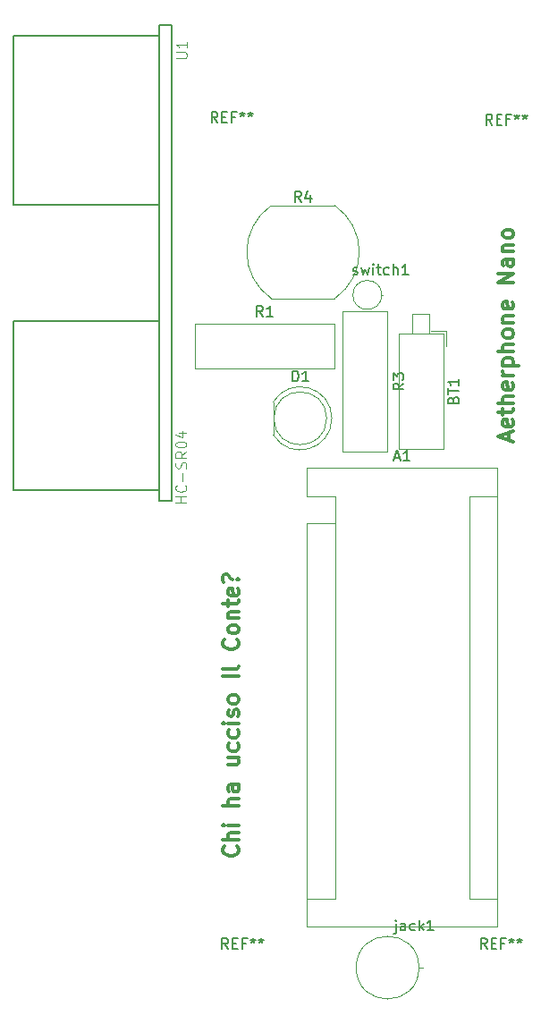
<source format=gbr>
G04 #@! TF.GenerationSoftware,KiCad,Pcbnew,5.0.2-bee76a0~70~ubuntu18.04.1*
G04 #@! TF.CreationDate,2019-09-26T12:34:54+02:00*
G04 #@! TF.ProjectId,mozzi_theremin_circuit,6d6f7a7a-695f-4746-9865-72656d696e5f,rev?*
G04 #@! TF.SameCoordinates,Original*
G04 #@! TF.FileFunction,Legend,Top*
G04 #@! TF.FilePolarity,Positive*
%FSLAX46Y46*%
G04 Gerber Fmt 4.6, Leading zero omitted, Abs format (unit mm)*
G04 Created by KiCad (PCBNEW 5.0.2-bee76a0~70~ubuntu18.04.1) date Thu 26 Sep 2019 12:34:54 PM CEST*
%MOMM*%
%LPD*%
G01*
G04 APERTURE LIST*
%ADD10C,0.300000*%
%ADD11C,0.120000*%
%ADD12C,0.127000*%
%ADD13C,0.150000*%
%ADD14C,0.050000*%
G04 APERTURE END LIST*
D10*
X118750000Y-82964285D02*
X118750000Y-82250000D01*
X119178571Y-83107142D02*
X117678571Y-82607142D01*
X119178571Y-82107142D01*
X119107142Y-81035714D02*
X119178571Y-81178571D01*
X119178571Y-81464285D01*
X119107142Y-81607142D01*
X118964285Y-81678571D01*
X118392857Y-81678571D01*
X118250000Y-81607142D01*
X118178571Y-81464285D01*
X118178571Y-81178571D01*
X118250000Y-81035714D01*
X118392857Y-80964285D01*
X118535714Y-80964285D01*
X118678571Y-81678571D01*
X118178571Y-80535714D02*
X118178571Y-79964285D01*
X117678571Y-80321428D02*
X118964285Y-80321428D01*
X119107142Y-80250000D01*
X119178571Y-80107142D01*
X119178571Y-79964285D01*
X119178571Y-79464285D02*
X117678571Y-79464285D01*
X119178571Y-78821428D02*
X118392857Y-78821428D01*
X118250000Y-78892857D01*
X118178571Y-79035714D01*
X118178571Y-79250000D01*
X118250000Y-79392857D01*
X118321428Y-79464285D01*
X119107142Y-77535714D02*
X119178571Y-77678571D01*
X119178571Y-77964285D01*
X119107142Y-78107142D01*
X118964285Y-78178571D01*
X118392857Y-78178571D01*
X118250000Y-78107142D01*
X118178571Y-77964285D01*
X118178571Y-77678571D01*
X118250000Y-77535714D01*
X118392857Y-77464285D01*
X118535714Y-77464285D01*
X118678571Y-78178571D01*
X119178571Y-76821428D02*
X118178571Y-76821428D01*
X118464285Y-76821428D02*
X118321428Y-76750000D01*
X118250000Y-76678571D01*
X118178571Y-76535714D01*
X118178571Y-76392857D01*
X118178571Y-75892857D02*
X119678571Y-75892857D01*
X118250000Y-75892857D02*
X118178571Y-75750000D01*
X118178571Y-75464285D01*
X118250000Y-75321428D01*
X118321428Y-75250000D01*
X118464285Y-75178571D01*
X118892857Y-75178571D01*
X119035714Y-75250000D01*
X119107142Y-75321428D01*
X119178571Y-75464285D01*
X119178571Y-75750000D01*
X119107142Y-75892857D01*
X119178571Y-74535714D02*
X117678571Y-74535714D01*
X119178571Y-73892857D02*
X118392857Y-73892857D01*
X118250000Y-73964285D01*
X118178571Y-74107142D01*
X118178571Y-74321428D01*
X118250000Y-74464285D01*
X118321428Y-74535714D01*
X119178571Y-72964285D02*
X119107142Y-73107142D01*
X119035714Y-73178571D01*
X118892857Y-73250000D01*
X118464285Y-73250000D01*
X118321428Y-73178571D01*
X118250000Y-73107142D01*
X118178571Y-72964285D01*
X118178571Y-72750000D01*
X118250000Y-72607142D01*
X118321428Y-72535714D01*
X118464285Y-72464285D01*
X118892857Y-72464285D01*
X119035714Y-72535714D01*
X119107142Y-72607142D01*
X119178571Y-72750000D01*
X119178571Y-72964285D01*
X118178571Y-71821428D02*
X119178571Y-71821428D01*
X118321428Y-71821428D02*
X118250000Y-71750000D01*
X118178571Y-71607142D01*
X118178571Y-71392857D01*
X118250000Y-71250000D01*
X118392857Y-71178571D01*
X119178571Y-71178571D01*
X119107142Y-69892857D02*
X119178571Y-70035714D01*
X119178571Y-70321428D01*
X119107142Y-70464285D01*
X118964285Y-70535714D01*
X118392857Y-70535714D01*
X118250000Y-70464285D01*
X118178571Y-70321428D01*
X118178571Y-70035714D01*
X118250000Y-69892857D01*
X118392857Y-69821428D01*
X118535714Y-69821428D01*
X118678571Y-70535714D01*
X119178571Y-68035714D02*
X117678571Y-68035714D01*
X119178571Y-67178571D01*
X117678571Y-67178571D01*
X119178571Y-65821428D02*
X118392857Y-65821428D01*
X118250000Y-65892857D01*
X118178571Y-66035714D01*
X118178571Y-66321428D01*
X118250000Y-66464285D01*
X119107142Y-65821428D02*
X119178571Y-65964285D01*
X119178571Y-66321428D01*
X119107142Y-66464285D01*
X118964285Y-66535714D01*
X118821428Y-66535714D01*
X118678571Y-66464285D01*
X118607142Y-66321428D01*
X118607142Y-65964285D01*
X118535714Y-65821428D01*
X118178571Y-65107142D02*
X119178571Y-65107142D01*
X118321428Y-65107142D02*
X118250000Y-65035714D01*
X118178571Y-64892857D01*
X118178571Y-64678571D01*
X118250000Y-64535714D01*
X118392857Y-64464285D01*
X119178571Y-64464285D01*
X119178571Y-63535714D02*
X119107142Y-63678571D01*
X119035714Y-63750000D01*
X118892857Y-63821428D01*
X118464285Y-63821428D01*
X118321428Y-63750000D01*
X118250000Y-63678571D01*
X118178571Y-63535714D01*
X118178571Y-63321428D01*
X118250000Y-63178571D01*
X118321428Y-63107142D01*
X118464285Y-63035714D01*
X118892857Y-63035714D01*
X119035714Y-63107142D01*
X119107142Y-63178571D01*
X119178571Y-63321428D01*
X119178571Y-63535714D01*
X93035714Y-121392857D02*
X93107142Y-121464285D01*
X93178571Y-121678571D01*
X93178571Y-121821428D01*
X93107142Y-122035714D01*
X92964285Y-122178571D01*
X92821428Y-122250000D01*
X92535714Y-122321428D01*
X92321428Y-122321428D01*
X92035714Y-122250000D01*
X91892857Y-122178571D01*
X91750000Y-122035714D01*
X91678571Y-121821428D01*
X91678571Y-121678571D01*
X91750000Y-121464285D01*
X91821428Y-121392857D01*
X93178571Y-120750000D02*
X91678571Y-120750000D01*
X93178571Y-120107142D02*
X92392857Y-120107142D01*
X92250000Y-120178571D01*
X92178571Y-120321428D01*
X92178571Y-120535714D01*
X92250000Y-120678571D01*
X92321428Y-120750000D01*
X93178571Y-119392857D02*
X92178571Y-119392857D01*
X91678571Y-119392857D02*
X91750000Y-119464285D01*
X91821428Y-119392857D01*
X91750000Y-119321428D01*
X91678571Y-119392857D01*
X91821428Y-119392857D01*
X93178571Y-117535714D02*
X91678571Y-117535714D01*
X93178571Y-116892857D02*
X92392857Y-116892857D01*
X92250000Y-116964285D01*
X92178571Y-117107142D01*
X92178571Y-117321428D01*
X92250000Y-117464285D01*
X92321428Y-117535714D01*
X93178571Y-115535714D02*
X92392857Y-115535714D01*
X92250000Y-115607142D01*
X92178571Y-115750000D01*
X92178571Y-116035714D01*
X92250000Y-116178571D01*
X93107142Y-115535714D02*
X93178571Y-115678571D01*
X93178571Y-116035714D01*
X93107142Y-116178571D01*
X92964285Y-116250000D01*
X92821428Y-116250000D01*
X92678571Y-116178571D01*
X92607142Y-116035714D01*
X92607142Y-115678571D01*
X92535714Y-115535714D01*
X92178571Y-113035714D02*
X93178571Y-113035714D01*
X92178571Y-113678571D02*
X92964285Y-113678571D01*
X93107142Y-113607142D01*
X93178571Y-113464285D01*
X93178571Y-113250000D01*
X93107142Y-113107142D01*
X93035714Y-113035714D01*
X93107142Y-111678571D02*
X93178571Y-111821428D01*
X93178571Y-112107142D01*
X93107142Y-112250000D01*
X93035714Y-112321428D01*
X92892857Y-112392857D01*
X92464285Y-112392857D01*
X92321428Y-112321428D01*
X92250000Y-112250000D01*
X92178571Y-112107142D01*
X92178571Y-111821428D01*
X92250000Y-111678571D01*
X93107142Y-110392857D02*
X93178571Y-110535714D01*
X93178571Y-110821428D01*
X93107142Y-110964285D01*
X93035714Y-111035714D01*
X92892857Y-111107142D01*
X92464285Y-111107142D01*
X92321428Y-111035714D01*
X92250000Y-110964285D01*
X92178571Y-110821428D01*
X92178571Y-110535714D01*
X92250000Y-110392857D01*
X93178571Y-109750000D02*
X92178571Y-109750000D01*
X91678571Y-109750000D02*
X91750000Y-109821428D01*
X91821428Y-109750000D01*
X91750000Y-109678571D01*
X91678571Y-109750000D01*
X91821428Y-109750000D01*
X93107142Y-109107142D02*
X93178571Y-108964285D01*
X93178571Y-108678571D01*
X93107142Y-108535714D01*
X92964285Y-108464285D01*
X92892857Y-108464285D01*
X92750000Y-108535714D01*
X92678571Y-108678571D01*
X92678571Y-108892857D01*
X92607142Y-109035714D01*
X92464285Y-109107142D01*
X92392857Y-109107142D01*
X92250000Y-109035714D01*
X92178571Y-108892857D01*
X92178571Y-108678571D01*
X92250000Y-108535714D01*
X93178571Y-107607142D02*
X93107142Y-107750000D01*
X93035714Y-107821428D01*
X92892857Y-107892857D01*
X92464285Y-107892857D01*
X92321428Y-107821428D01*
X92250000Y-107750000D01*
X92178571Y-107607142D01*
X92178571Y-107392857D01*
X92250000Y-107250000D01*
X92321428Y-107178571D01*
X92464285Y-107107142D01*
X92892857Y-107107142D01*
X93035714Y-107178571D01*
X93107142Y-107250000D01*
X93178571Y-107392857D01*
X93178571Y-107607142D01*
X93178571Y-105321428D02*
X91678571Y-105321428D01*
X93178571Y-104392857D02*
X93107142Y-104535714D01*
X92964285Y-104607142D01*
X91678571Y-104607142D01*
X93035714Y-101821428D02*
X93107142Y-101892857D01*
X93178571Y-102107142D01*
X93178571Y-102250000D01*
X93107142Y-102464285D01*
X92964285Y-102607142D01*
X92821428Y-102678571D01*
X92535714Y-102750000D01*
X92321428Y-102750000D01*
X92035714Y-102678571D01*
X91892857Y-102607142D01*
X91750000Y-102464285D01*
X91678571Y-102250000D01*
X91678571Y-102107142D01*
X91750000Y-101892857D01*
X91821428Y-101821428D01*
X93178571Y-100964285D02*
X93107142Y-101107142D01*
X93035714Y-101178571D01*
X92892857Y-101250000D01*
X92464285Y-101250000D01*
X92321428Y-101178571D01*
X92250000Y-101107142D01*
X92178571Y-100964285D01*
X92178571Y-100750000D01*
X92250000Y-100607142D01*
X92321428Y-100535714D01*
X92464285Y-100464285D01*
X92892857Y-100464285D01*
X93035714Y-100535714D01*
X93107142Y-100607142D01*
X93178571Y-100750000D01*
X93178571Y-100964285D01*
X92178571Y-99821428D02*
X93178571Y-99821428D01*
X92321428Y-99821428D02*
X92250000Y-99750000D01*
X92178571Y-99607142D01*
X92178571Y-99392857D01*
X92250000Y-99250000D01*
X92392857Y-99178571D01*
X93178571Y-99178571D01*
X92178571Y-98678571D02*
X92178571Y-98107142D01*
X91678571Y-98464285D02*
X92964285Y-98464285D01*
X93107142Y-98392857D01*
X93178571Y-98250000D01*
X93178571Y-98107142D01*
X93107142Y-97035714D02*
X93178571Y-97178571D01*
X93178571Y-97464285D01*
X93107142Y-97607142D01*
X92964285Y-97678571D01*
X92392857Y-97678571D01*
X92250000Y-97607142D01*
X92178571Y-97464285D01*
X92178571Y-97178571D01*
X92250000Y-97035714D01*
X92392857Y-96964285D01*
X92535714Y-96964285D01*
X92678571Y-97678571D01*
X93035714Y-96107142D02*
X93107142Y-96035714D01*
X93178571Y-96107142D01*
X93107142Y-96178571D01*
X93035714Y-96107142D01*
X93178571Y-96107142D01*
X91750000Y-96392857D02*
X91678571Y-96250000D01*
X91678571Y-95892857D01*
X91750000Y-95750000D01*
X91892857Y-95678571D01*
X92035714Y-95678571D01*
X92178571Y-95750000D01*
X92250000Y-95821428D01*
X92321428Y-95964285D01*
X92392857Y-96035714D01*
X92535714Y-96107142D01*
X92607142Y-96107142D01*
D11*
G04 #@! TO.C,A1*
X102291190Y-90794914D02*
X102291190Y-88254914D01*
X102291190Y-88254914D02*
X99621190Y-88254914D01*
X99621190Y-90794914D02*
X99621190Y-129024914D01*
X99621190Y-85584914D02*
X99621190Y-88254914D01*
X114991190Y-88254914D02*
X117661190Y-88254914D01*
X114991190Y-88254914D02*
X114991190Y-126354914D01*
X114991190Y-126354914D02*
X117661190Y-126354914D01*
X102291190Y-90794914D02*
X99621190Y-90794914D01*
X102291190Y-90794914D02*
X102291190Y-126354914D01*
X102291190Y-126354914D02*
X99621190Y-126354914D01*
X99621190Y-129024914D02*
X117661190Y-129024914D01*
X117661190Y-129024914D02*
X117661190Y-85584914D01*
X117661190Y-85584914D02*
X99621190Y-85584914D01*
G04 #@! TO.C,BT1*
X112529190Y-72888914D02*
X112529190Y-83808914D01*
X108309190Y-72888914D02*
X108309190Y-83808914D01*
X112529190Y-72888914D02*
X108309190Y-72888914D01*
X112529190Y-83808914D02*
X108309190Y-83808914D01*
X112769190Y-72648914D02*
X112769190Y-74031914D01*
X112769190Y-72648914D02*
X111386190Y-72648914D01*
X111229190Y-71028914D02*
X111229190Y-72888914D01*
X109609190Y-71028914D02*
X109609190Y-72888914D01*
X111229190Y-71028914D02*
X109609190Y-71028914D01*
X111229190Y-72888914D02*
X109609190Y-72888914D01*
G04 #@! TO.C,D1*
X96429190Y-79343914D02*
X96429190Y-82433914D01*
X101489190Y-80888914D02*
G75*
G03X101489190Y-80888914I-2500000J0D01*
G01*
X101979190Y-80889376D02*
G75*
G03X96429190Y-79344084I-2990000J462D01*
G01*
X101979190Y-80888452D02*
G75*
G02X96429190Y-82433744I-2990000J-462D01*
G01*
G04 #@! TO.C,jack1*
X110230000Y-132890000D02*
G75*
G03X110230000Y-132890000I-2970000J0D01*
G01*
X110230000Y-132890000D02*
X110640000Y-132890000D01*
G04 #@! TO.C,R1*
X88995190Y-71910914D02*
X102235190Y-71910914D01*
X88995190Y-76150914D02*
X102235190Y-76150914D01*
X88995190Y-71910914D02*
X88995190Y-76150914D01*
X102235190Y-71910914D02*
X102235190Y-76150914D01*
G04 #@! TO.C,R3*
X107205190Y-84024914D02*
X102965190Y-84024914D01*
X107205190Y-70784914D02*
X102965190Y-70784914D01*
X102965190Y-70784914D02*
X102965190Y-84024914D01*
X107205190Y-70784914D02*
X107205190Y-84024914D01*
G04 #@! TO.C,R4*
X96253190Y-69540914D02*
X102253190Y-69540914D01*
X96253190Y-60740914D02*
X102253190Y-60740914D01*
X96220540Y-60763354D02*
G75*
G03X96253190Y-69540914I3032650J-4377560D01*
G01*
X102285840Y-69518474D02*
G75*
G03X102253190Y-60740914I-3032650J4377560D01*
G01*
G04 #@! TO.C,switch1*
X106709190Y-69204914D02*
G75*
G03X106709190Y-69204914I-1370000J0D01*
G01*
X106709190Y-69204914D02*
X106779190Y-69204914D01*
D12*
G04 #@! TO.C,U1*
X71845190Y-44656914D02*
X71845190Y-60656914D01*
X71845190Y-71656914D02*
X71845190Y-87656914D01*
X85645190Y-88656914D02*
X85645190Y-87656914D01*
X85645190Y-87656914D02*
X85645190Y-71656914D01*
X85645190Y-71656914D02*
X85645190Y-60656914D01*
X85645190Y-60656914D02*
X85645190Y-44656914D01*
X85645190Y-44656914D02*
X85645190Y-43656914D01*
X85645190Y-43656914D02*
X86845190Y-43656914D01*
X86845190Y-43656914D02*
X86845190Y-88656914D01*
X86845190Y-88656914D02*
X85645190Y-88656914D01*
X85645190Y-44656914D02*
X71845190Y-44656914D01*
X85645190Y-87656914D02*
X71845190Y-87656914D01*
X85645190Y-60656914D02*
X71845190Y-60656914D01*
X85645190Y-71656914D02*
X71845190Y-71656914D01*
G04 #@! TO.C,*
D13*
G04 #@! TO.C,A1*
X107926904Y-84611580D02*
X108403094Y-84611580D01*
X107831666Y-84897294D02*
X108164999Y-83897294D01*
X108498332Y-84897294D01*
X109355475Y-84897294D02*
X108784047Y-84897294D01*
X109069761Y-84897294D02*
X109069761Y-83897294D01*
X108974523Y-84040152D01*
X108879285Y-84135390D01*
X108784047Y-84183009D01*
G04 #@! TO.C,BT1*
X113457761Y-79134628D02*
X113505380Y-78991771D01*
X113552999Y-78944152D01*
X113648237Y-78896533D01*
X113791094Y-78896533D01*
X113886332Y-78944152D01*
X113933951Y-78991771D01*
X113981570Y-79087009D01*
X113981570Y-79467961D01*
X112981570Y-79467961D01*
X112981570Y-79134628D01*
X113029190Y-79039390D01*
X113076809Y-78991771D01*
X113172047Y-78944152D01*
X113267285Y-78944152D01*
X113362523Y-78991771D01*
X113410142Y-79039390D01*
X113457761Y-79134628D01*
X113457761Y-79467961D01*
X112981570Y-78610818D02*
X112981570Y-78039390D01*
X113981570Y-78325104D02*
X112981570Y-78325104D01*
X113981570Y-77182247D02*
X113981570Y-77753675D01*
X113981570Y-77467961D02*
X112981570Y-77467961D01*
X113124428Y-77563199D01*
X113219666Y-77658437D01*
X113267285Y-77753675D01*
G04 #@! TO.C,D1*
X98251094Y-77381294D02*
X98251094Y-76381294D01*
X98489190Y-76381294D01*
X98632047Y-76428914D01*
X98727285Y-76524152D01*
X98774904Y-76619390D01*
X98822523Y-76809866D01*
X98822523Y-76952723D01*
X98774904Y-77143199D01*
X98727285Y-77238437D01*
X98632047Y-77333675D01*
X98489190Y-77381294D01*
X98251094Y-77381294D01*
X99774904Y-77381294D02*
X99203475Y-77381294D01*
X99489190Y-77381294D02*
X99489190Y-76381294D01*
X99393951Y-76524152D01*
X99298713Y-76619390D01*
X99203475Y-76667009D01*
G04 #@! TO.C,jack1*
X108038095Y-128705714D02*
X108038095Y-129562857D01*
X107990476Y-129658095D01*
X107895238Y-129705714D01*
X107847619Y-129705714D01*
X108038095Y-128372380D02*
X107990476Y-128420000D01*
X108038095Y-128467619D01*
X108085714Y-128420000D01*
X108038095Y-128372380D01*
X108038095Y-128467619D01*
X108942857Y-129372380D02*
X108942857Y-128848571D01*
X108895238Y-128753333D01*
X108800000Y-128705714D01*
X108609523Y-128705714D01*
X108514285Y-128753333D01*
X108942857Y-129324761D02*
X108847619Y-129372380D01*
X108609523Y-129372380D01*
X108514285Y-129324761D01*
X108466666Y-129229523D01*
X108466666Y-129134285D01*
X108514285Y-129039047D01*
X108609523Y-128991428D01*
X108847619Y-128991428D01*
X108942857Y-128943809D01*
X109847619Y-129324761D02*
X109752380Y-129372380D01*
X109561904Y-129372380D01*
X109466666Y-129324761D01*
X109419047Y-129277142D01*
X109371428Y-129181904D01*
X109371428Y-128896190D01*
X109419047Y-128800952D01*
X109466666Y-128753333D01*
X109561904Y-128705714D01*
X109752380Y-128705714D01*
X109847619Y-128753333D01*
X110276190Y-129372380D02*
X110276190Y-128372380D01*
X110371428Y-128991428D02*
X110657142Y-129372380D01*
X110657142Y-128705714D02*
X110276190Y-129086666D01*
X111609523Y-129372380D02*
X111038095Y-129372380D01*
X111323809Y-129372380D02*
X111323809Y-128372380D01*
X111228571Y-128515238D01*
X111133333Y-128610476D01*
X111038095Y-128658095D01*
G04 #@! TO.C,R1*
X95448523Y-71233294D02*
X95115190Y-70757104D01*
X94877094Y-71233294D02*
X94877094Y-70233294D01*
X95258047Y-70233294D01*
X95353285Y-70280914D01*
X95400904Y-70328533D01*
X95448523Y-70423771D01*
X95448523Y-70566628D01*
X95400904Y-70661866D01*
X95353285Y-70709485D01*
X95258047Y-70757104D01*
X94877094Y-70757104D01*
X96400904Y-71233294D02*
X95829475Y-71233294D01*
X96115190Y-71233294D02*
X96115190Y-70233294D01*
X96019951Y-70376152D01*
X95924713Y-70471390D01*
X95829475Y-70519009D01*
G04 #@! TO.C,R3*
X108787570Y-77571580D02*
X108311380Y-77904914D01*
X108787570Y-78143009D02*
X107787570Y-78143009D01*
X107787570Y-77762056D01*
X107835190Y-77666818D01*
X107882809Y-77619199D01*
X107978047Y-77571580D01*
X108120904Y-77571580D01*
X108216142Y-77619199D01*
X108263761Y-77666818D01*
X108311380Y-77762056D01*
X108311380Y-78143009D01*
X107787570Y-77238247D02*
X107787570Y-76619199D01*
X108168523Y-76952533D01*
X108168523Y-76809675D01*
X108216142Y-76714437D01*
X108263761Y-76666818D01*
X108358999Y-76619199D01*
X108597094Y-76619199D01*
X108692332Y-76666818D01*
X108739951Y-76714437D01*
X108787570Y-76809675D01*
X108787570Y-77095390D01*
X108739951Y-77190628D01*
X108692332Y-77238247D01*
G04 #@! TO.C,R4*
X99086523Y-60393294D02*
X98753190Y-59917104D01*
X98515094Y-60393294D02*
X98515094Y-59393294D01*
X98896047Y-59393294D01*
X98991285Y-59440914D01*
X99038904Y-59488533D01*
X99086523Y-59583771D01*
X99086523Y-59726628D01*
X99038904Y-59821866D01*
X98991285Y-59869485D01*
X98896047Y-59917104D01*
X98515094Y-59917104D01*
X99943666Y-59726628D02*
X99943666Y-60393294D01*
X99705570Y-59345675D02*
X99467475Y-60059961D01*
X100086523Y-60059961D01*
G04 #@! TO.C,switch1*
X103990142Y-67239675D02*
X104085380Y-67287294D01*
X104275856Y-67287294D01*
X104371094Y-67239675D01*
X104418713Y-67144437D01*
X104418713Y-67096818D01*
X104371094Y-67001580D01*
X104275856Y-66953961D01*
X104132999Y-66953961D01*
X104037761Y-66906342D01*
X103990142Y-66811104D01*
X103990142Y-66763485D01*
X104037761Y-66668247D01*
X104132999Y-66620628D01*
X104275856Y-66620628D01*
X104371094Y-66668247D01*
X104752047Y-66620628D02*
X104942523Y-67287294D01*
X105132999Y-66811104D01*
X105323475Y-67287294D01*
X105513951Y-66620628D01*
X105894904Y-67287294D02*
X105894904Y-66620628D01*
X105894904Y-66287294D02*
X105847285Y-66334914D01*
X105894904Y-66382533D01*
X105942523Y-66334914D01*
X105894904Y-66287294D01*
X105894904Y-66382533D01*
X106228237Y-66620628D02*
X106609190Y-66620628D01*
X106371094Y-66287294D02*
X106371094Y-67144437D01*
X106418713Y-67239675D01*
X106513951Y-67287294D01*
X106609190Y-67287294D01*
X107371094Y-67239675D02*
X107275856Y-67287294D01*
X107085380Y-67287294D01*
X106990142Y-67239675D01*
X106942523Y-67192056D01*
X106894904Y-67096818D01*
X106894904Y-66811104D01*
X106942523Y-66715866D01*
X106990142Y-66668247D01*
X107085380Y-66620628D01*
X107275856Y-66620628D01*
X107371094Y-66668247D01*
X107799666Y-67287294D02*
X107799666Y-66287294D01*
X108228237Y-67287294D02*
X108228237Y-66763485D01*
X108180618Y-66668247D01*
X108085380Y-66620628D01*
X107942523Y-66620628D01*
X107847285Y-66668247D01*
X107799666Y-66715866D01*
X109228237Y-67287294D02*
X108656809Y-67287294D01*
X108942523Y-67287294D02*
X108942523Y-66287294D01*
X108847285Y-66430152D01*
X108752047Y-66525390D01*
X108656809Y-66573009D01*
G04 #@! TO.C,U1*
D14*
X87250576Y-46798814D02*
X88060520Y-46798814D01*
X88155808Y-46751171D01*
X88203452Y-46703527D01*
X88251096Y-46608239D01*
X88251096Y-46417664D01*
X88203452Y-46322376D01*
X88155808Y-46274733D01*
X88060520Y-46227089D01*
X87250576Y-46227089D01*
X88251096Y-45226569D02*
X88251096Y-45798294D01*
X88251096Y-45512432D02*
X87250576Y-45512432D01*
X87393507Y-45607719D01*
X87488795Y-45703007D01*
X87536439Y-45798294D01*
X88197635Y-88853580D02*
X87195945Y-88853580D01*
X87672940Y-88853580D02*
X87672940Y-88281186D01*
X88197635Y-88281186D02*
X87195945Y-88281186D01*
X88102236Y-87231796D02*
X88149935Y-87279496D01*
X88197635Y-87422594D01*
X88197635Y-87517994D01*
X88149935Y-87661092D01*
X88054536Y-87756491D01*
X87959137Y-87804191D01*
X87768339Y-87851890D01*
X87625241Y-87851890D01*
X87434443Y-87804191D01*
X87339044Y-87756491D01*
X87243645Y-87661092D01*
X87195945Y-87517994D01*
X87195945Y-87422594D01*
X87243645Y-87279496D01*
X87291344Y-87231796D01*
X87816039Y-86802501D02*
X87816039Y-86039308D01*
X88149935Y-85610013D02*
X88197635Y-85466914D01*
X88197635Y-85228416D01*
X88149935Y-85133017D01*
X88102236Y-85085318D01*
X88006837Y-85037618D01*
X87911438Y-85037618D01*
X87816039Y-85085318D01*
X87768339Y-85133017D01*
X87720640Y-85228416D01*
X87672940Y-85419214D01*
X87625241Y-85514614D01*
X87577541Y-85562313D01*
X87482142Y-85610013D01*
X87386743Y-85610013D01*
X87291344Y-85562313D01*
X87243645Y-85514614D01*
X87195945Y-85419214D01*
X87195945Y-85180717D01*
X87243645Y-85037618D01*
X88197635Y-84035928D02*
X87720640Y-84369825D01*
X88197635Y-84608323D02*
X87195945Y-84608323D01*
X87195945Y-84226726D01*
X87243645Y-84131327D01*
X87291344Y-84083628D01*
X87386743Y-84035928D01*
X87529842Y-84035928D01*
X87625241Y-84083628D01*
X87672940Y-84131327D01*
X87720640Y-84226726D01*
X87720640Y-84608323D01*
X87195945Y-83415834D02*
X87195945Y-83320435D01*
X87243645Y-83225036D01*
X87291344Y-83177337D01*
X87386743Y-83129637D01*
X87577541Y-83081938D01*
X87816039Y-83081938D01*
X88006837Y-83129637D01*
X88102236Y-83177337D01*
X88149935Y-83225036D01*
X88197635Y-83320435D01*
X88197635Y-83415834D01*
X88149935Y-83511234D01*
X88102236Y-83558933D01*
X88006837Y-83606633D01*
X87816039Y-83654332D01*
X87577541Y-83654332D01*
X87386743Y-83606633D01*
X87291344Y-83558933D01*
X87243645Y-83511234D01*
X87195945Y-83415834D01*
X87529842Y-82223346D02*
X88197635Y-82223346D01*
X87148245Y-82461844D02*
X87863738Y-82700342D01*
X87863738Y-82080248D01*
G04 #@! TO.C,REF\002A\002A*
D13*
X91166666Y-52888380D02*
X90833333Y-52412190D01*
X90595238Y-52888380D02*
X90595238Y-51888380D01*
X90976190Y-51888380D01*
X91071428Y-51936000D01*
X91119047Y-51983619D01*
X91166666Y-52078857D01*
X91166666Y-52221714D01*
X91119047Y-52316952D01*
X91071428Y-52364571D01*
X90976190Y-52412190D01*
X90595238Y-52412190D01*
X91595238Y-52364571D02*
X91928571Y-52364571D01*
X92071428Y-52888380D02*
X91595238Y-52888380D01*
X91595238Y-51888380D01*
X92071428Y-51888380D01*
X92833333Y-52364571D02*
X92500000Y-52364571D01*
X92500000Y-52888380D02*
X92500000Y-51888380D01*
X92976190Y-51888380D01*
X93500000Y-51888380D02*
X93500000Y-52126476D01*
X93261904Y-52031238D02*
X93500000Y-52126476D01*
X93738095Y-52031238D01*
X93357142Y-52316952D02*
X93500000Y-52126476D01*
X93642857Y-52316952D01*
X94261904Y-51888380D02*
X94261904Y-52126476D01*
X94023809Y-52031238D02*
X94261904Y-52126476D01*
X94500000Y-52031238D01*
X94119047Y-52316952D02*
X94261904Y-52126476D01*
X94404761Y-52316952D01*
X92166666Y-131102380D02*
X91833333Y-130626190D01*
X91595238Y-131102380D02*
X91595238Y-130102380D01*
X91976190Y-130102380D01*
X92071428Y-130150000D01*
X92119047Y-130197619D01*
X92166666Y-130292857D01*
X92166666Y-130435714D01*
X92119047Y-130530952D01*
X92071428Y-130578571D01*
X91976190Y-130626190D01*
X91595238Y-130626190D01*
X92595238Y-130578571D02*
X92928571Y-130578571D01*
X93071428Y-131102380D02*
X92595238Y-131102380D01*
X92595238Y-130102380D01*
X93071428Y-130102380D01*
X93833333Y-130578571D02*
X93500000Y-130578571D01*
X93500000Y-131102380D02*
X93500000Y-130102380D01*
X93976190Y-130102380D01*
X94500000Y-130102380D02*
X94500000Y-130340476D01*
X94261904Y-130245238D02*
X94500000Y-130340476D01*
X94738095Y-130245238D01*
X94357142Y-130530952D02*
X94500000Y-130340476D01*
X94642857Y-130530952D01*
X95261904Y-130102380D02*
X95261904Y-130340476D01*
X95023809Y-130245238D02*
X95261904Y-130340476D01*
X95500000Y-130245238D01*
X95119047Y-130530952D02*
X95261904Y-130340476D01*
X95404761Y-130530952D01*
X116666666Y-131102380D02*
X116333333Y-130626190D01*
X116095238Y-131102380D02*
X116095238Y-130102380D01*
X116476190Y-130102380D01*
X116571428Y-130150000D01*
X116619047Y-130197619D01*
X116666666Y-130292857D01*
X116666666Y-130435714D01*
X116619047Y-130530952D01*
X116571428Y-130578571D01*
X116476190Y-130626190D01*
X116095238Y-130626190D01*
X117095238Y-130578571D02*
X117428571Y-130578571D01*
X117571428Y-131102380D02*
X117095238Y-131102380D01*
X117095238Y-130102380D01*
X117571428Y-130102380D01*
X118333333Y-130578571D02*
X118000000Y-130578571D01*
X118000000Y-131102380D02*
X118000000Y-130102380D01*
X118476190Y-130102380D01*
X119000000Y-130102380D02*
X119000000Y-130340476D01*
X118761904Y-130245238D02*
X119000000Y-130340476D01*
X119238095Y-130245238D01*
X118857142Y-130530952D02*
X119000000Y-130340476D01*
X119142857Y-130530952D01*
X119761904Y-130102380D02*
X119761904Y-130340476D01*
X119523809Y-130245238D02*
X119761904Y-130340476D01*
X120000000Y-130245238D01*
X119619047Y-130530952D02*
X119761904Y-130340476D01*
X119904761Y-130530952D01*
X117166666Y-53102380D02*
X116833333Y-52626190D01*
X116595238Y-53102380D02*
X116595238Y-52102380D01*
X116976190Y-52102380D01*
X117071428Y-52150000D01*
X117119047Y-52197619D01*
X117166666Y-52292857D01*
X117166666Y-52435714D01*
X117119047Y-52530952D01*
X117071428Y-52578571D01*
X116976190Y-52626190D01*
X116595238Y-52626190D01*
X117595238Y-52578571D02*
X117928571Y-52578571D01*
X118071428Y-53102380D02*
X117595238Y-53102380D01*
X117595238Y-52102380D01*
X118071428Y-52102380D01*
X118833333Y-52578571D02*
X118500000Y-52578571D01*
X118500000Y-53102380D02*
X118500000Y-52102380D01*
X118976190Y-52102380D01*
X119500000Y-52102380D02*
X119500000Y-52340476D01*
X119261904Y-52245238D02*
X119500000Y-52340476D01*
X119738095Y-52245238D01*
X119357142Y-52530952D02*
X119500000Y-52340476D01*
X119642857Y-52530952D01*
X120261904Y-52102380D02*
X120261904Y-52340476D01*
X120023809Y-52245238D02*
X120261904Y-52340476D01*
X120500000Y-52245238D01*
X120119047Y-52530952D02*
X120261904Y-52340476D01*
X120404761Y-52530952D01*
G04 #@! TD*
M02*

</source>
